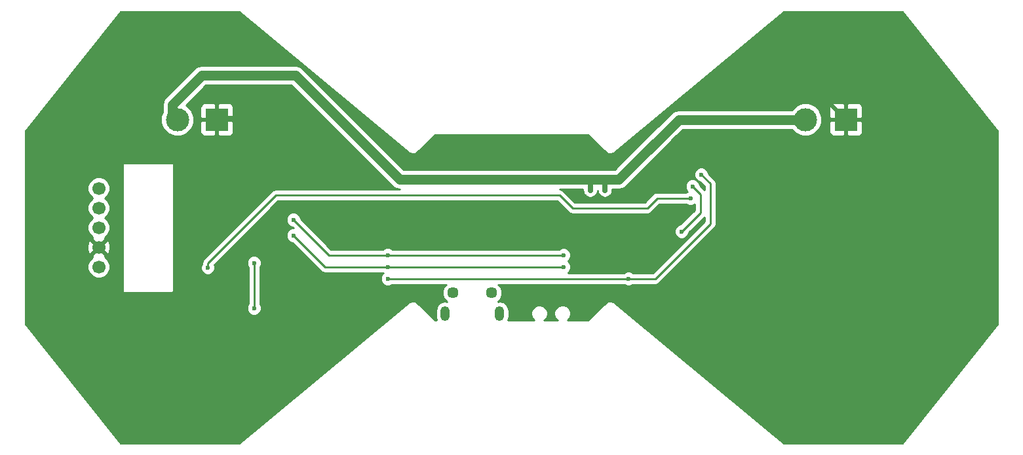
<source format=gbl>
G04 #@! TF.FileFunction,Copper,L2,Bot,Signal*
%FSLAX46Y46*%
G04 Gerber Fmt 4.6, Leading zero omitted, Abs format (unit mm)*
G04 Created by KiCad (PCBNEW 4.0.7) date Thursday, August 02, 2018 'PMt' 05:34:58 PM*
%MOMM*%
%LPD*%
G01*
G04 APERTURE LIST*
%ADD10C,0.100000*%
%ADD11C,1.450000*%
%ADD12O,1.200000X1.900000*%
%ADD13C,3.000000*%
%ADD14C,1.700000*%
%ADD15R,3.000000X3.000000*%
%ADD16C,0.600000*%
%ADD17C,0.254000*%
%ADD18C,0.508000*%
%ADD19C,1.270000*%
%ADD20C,0.635000*%
G04 APERTURE END LIST*
D10*
D11*
X68620000Y-49720000D03*
X73620000Y-49720000D03*
D12*
X67620000Y-52420000D03*
X74620000Y-52420000D03*
D13*
X114173000Y-27305000D03*
X33020000Y-27305000D03*
D14*
X22860000Y-36195000D03*
X22860000Y-38735000D03*
X22860000Y-46355000D03*
D15*
X119380000Y-27305000D03*
X38100000Y-27305000D03*
D14*
X22860000Y-41275000D03*
X22860000Y-43815000D03*
D16*
X96139000Y-34417000D03*
X97155000Y-31750000D03*
X63119000Y-41402000D03*
X71501000Y-38989000D03*
X88646000Y-46609000D03*
X89408000Y-41275000D03*
X113030000Y-20574000D03*
X51816000Y-32639000D03*
X100711000Y-34417000D03*
X60198000Y-47879000D03*
X91313000Y-47879000D03*
X86360000Y-36449000D03*
X88265000Y-36449000D03*
X42926000Y-51689000D03*
X42926000Y-45847000D03*
X98171000Y-41783000D03*
X99568000Y-35941000D03*
X82931000Y-44831000D03*
X60198000Y-44831000D03*
X48006000Y-40259000D03*
X82931000Y-46355000D03*
X48006000Y-42291000D03*
X60198000Y-46355000D03*
X36957000Y-46482000D03*
X99314000Y-37465000D03*
D17*
X96139000Y-32766000D02*
X97155000Y-31750000D01*
X96139000Y-34417000D02*
X96139000Y-32766000D01*
D18*
X113030000Y-20574000D02*
X113030000Y-20955000D01*
X113030000Y-20955000D02*
X119380000Y-27305000D01*
X63119000Y-41402000D02*
X65532000Y-38989000D01*
X65532000Y-38989000D02*
X71501000Y-38989000D01*
X51816000Y-32639000D02*
X46228000Y-27051000D01*
X46228000Y-27051000D02*
X38481000Y-27051000D01*
X38481000Y-27051000D02*
X38100000Y-26670000D01*
D17*
X100711000Y-34417000D02*
X101854000Y-35560000D01*
X94742000Y-47879000D02*
X91313000Y-47879000D01*
X101854000Y-40767000D02*
X94742000Y-47879000D01*
X101854000Y-35560000D02*
X101854000Y-40767000D01*
X64008000Y-47879000D02*
X60198000Y-47879000D01*
X81534000Y-47879000D02*
X64008000Y-47879000D01*
X91313000Y-47879000D02*
X81534000Y-47879000D01*
D19*
X96520000Y-28575000D02*
X97790000Y-27305000D01*
X97790000Y-27305000D02*
X114300000Y-27305000D01*
D20*
X86360000Y-36449000D02*
X86360000Y-35052000D01*
X88265000Y-35052000D02*
X88265000Y-36449000D01*
D19*
X87630000Y-35052000D02*
X88265000Y-35052000D01*
X88265000Y-35052000D02*
X90043000Y-35052000D01*
X59690001Y-33019999D02*
X59690001Y-33020001D01*
X59690001Y-33020001D02*
X61722000Y-35052000D01*
X61722000Y-35052000D02*
X86360000Y-35052000D01*
X86360000Y-35052000D02*
X87630000Y-35052000D01*
X90043000Y-35052000D02*
X92075000Y-33020000D01*
X32385000Y-26670000D02*
X32385000Y-25400000D01*
X32385000Y-25400000D02*
X36195000Y-21590000D01*
X36195000Y-21590000D02*
X48260002Y-21590000D01*
X48260002Y-21590000D02*
X59690001Y-33019999D01*
X59690001Y-33019999D02*
X59690002Y-33020000D01*
X92075000Y-33020000D02*
X96520000Y-28575000D01*
D17*
X42926000Y-45847000D02*
X42926000Y-51689000D01*
X99568000Y-35941000D02*
X100584000Y-36957000D01*
X100584000Y-39370000D02*
X98171000Y-41783000D01*
X100584000Y-36957000D02*
X100584000Y-39370000D01*
X81788000Y-44831000D02*
X81915000Y-44831000D01*
X81788000Y-44831000D02*
X60198000Y-44831000D01*
X82931000Y-44831000D02*
X81915000Y-44831000D01*
X52578000Y-44831000D02*
X60198000Y-44831000D01*
X48006000Y-40259000D02*
X52578000Y-44831000D01*
X81915000Y-46355000D02*
X82042000Y-46355000D01*
X81915000Y-46355000D02*
X60198000Y-46355000D01*
X82931000Y-46355000D02*
X82042000Y-46355000D01*
X48006000Y-42291000D02*
X52070000Y-46355000D01*
X60198000Y-46355000D02*
X52070000Y-46355000D01*
X99314000Y-37465000D02*
X94996000Y-37465000D01*
X94996000Y-37465000D02*
X93726000Y-38735000D01*
X93726000Y-38735000D02*
X84074000Y-38735000D01*
X84074000Y-38735000D02*
X82423000Y-37084000D01*
X82423000Y-37084000D02*
X45720000Y-37084000D01*
X36957000Y-45847000D02*
X36957000Y-46482000D01*
X45720000Y-37084000D02*
X36957000Y-45847000D01*
G36*
X63062958Y-31642465D02*
X63152876Y-31691071D01*
X63237862Y-31747857D01*
X63269607Y-31754171D01*
X63298078Y-31769562D01*
X63399746Y-31780058D01*
X63500000Y-31800000D01*
X63531745Y-31793685D01*
X63563938Y-31797009D01*
X63661887Y-31767798D01*
X63762138Y-31747857D01*
X63789049Y-31729876D01*
X63820065Y-31720626D01*
X63899381Y-31656154D01*
X63984368Y-31599368D01*
X66323736Y-29260000D01*
X86076264Y-29260000D01*
X88415632Y-31599368D01*
X88500619Y-31656154D01*
X88579935Y-31720626D01*
X88610951Y-31729876D01*
X88637862Y-31747857D01*
X88738109Y-31767797D01*
X88836062Y-31797009D01*
X88868258Y-31793685D01*
X88900000Y-31799999D01*
X89000247Y-31780059D01*
X89101922Y-31769562D01*
X89130394Y-31754171D01*
X89162138Y-31747857D01*
X89247124Y-31691071D01*
X89337042Y-31642465D01*
X111371914Y-13385000D01*
X126670772Y-13385000D01*
X139015000Y-28815285D01*
X139015000Y-53734715D01*
X126670772Y-69165000D01*
X111371914Y-69165000D01*
X89337042Y-50907535D01*
X89247124Y-50858929D01*
X89162138Y-50802143D01*
X89130394Y-50795829D01*
X89101922Y-50780438D01*
X89000247Y-50769941D01*
X88900000Y-50750001D01*
X88868258Y-50756315D01*
X88836062Y-50752991D01*
X88738109Y-50782203D01*
X88637862Y-50802143D01*
X88610951Y-50820124D01*
X88579935Y-50829374D01*
X88500619Y-50893846D01*
X88415632Y-50950632D01*
X86076264Y-53290000D01*
X83424207Y-53290000D01*
X83699282Y-53015405D01*
X83864811Y-52616767D01*
X83865188Y-52185127D01*
X83700354Y-51786200D01*
X83395405Y-51480718D01*
X82996767Y-51315189D01*
X82565127Y-51314812D01*
X82166200Y-51479646D01*
X81860718Y-51784595D01*
X81695189Y-52183233D01*
X81694812Y-52614873D01*
X81859646Y-53013800D01*
X82135364Y-53290000D01*
X80424207Y-53290000D01*
X80699282Y-53015405D01*
X80864811Y-52616767D01*
X80865188Y-52185127D01*
X80700354Y-51786200D01*
X80395405Y-51480718D01*
X79996767Y-51315189D01*
X79565127Y-51314812D01*
X79166200Y-51479646D01*
X78860718Y-51784595D01*
X78695189Y-52183233D01*
X78694812Y-52614873D01*
X78859646Y-53013800D01*
X79135364Y-53290000D01*
X75750077Y-53290000D01*
X75760991Y-53273666D01*
X75855000Y-52801052D01*
X75855000Y-52038948D01*
X75760991Y-51566334D01*
X75493277Y-51165671D01*
X75092614Y-50897957D01*
X74620000Y-50803948D01*
X74419148Y-50843900D01*
X74772280Y-50491384D01*
X74979763Y-49991708D01*
X74980236Y-49450666D01*
X74773624Y-48950628D01*
X74464536Y-48641000D01*
X90752534Y-48641000D01*
X90782673Y-48671192D01*
X91126201Y-48813838D01*
X91498167Y-48814162D01*
X91841943Y-48672117D01*
X91873114Y-48641000D01*
X94742000Y-48641000D01*
X95033605Y-48582996D01*
X95280815Y-48417815D01*
X102392815Y-41305815D01*
X102467636Y-41193838D01*
X102557996Y-41058605D01*
X102616000Y-40767000D01*
X102616000Y-35560000D01*
X102557996Y-35268395D01*
X102392815Y-35021185D01*
X101646125Y-34274495D01*
X101646162Y-34231833D01*
X101504117Y-33888057D01*
X101241327Y-33624808D01*
X100897799Y-33482162D01*
X100525833Y-33481838D01*
X100182057Y-33623883D01*
X99918808Y-33886673D01*
X99776162Y-34230201D01*
X99775838Y-34602167D01*
X99917883Y-34945943D01*
X100180673Y-35209192D01*
X100524201Y-35351838D01*
X100568246Y-35351876D01*
X101092000Y-35875630D01*
X101092000Y-36387370D01*
X100503125Y-35798495D01*
X100503162Y-35755833D01*
X100361117Y-35412057D01*
X100098327Y-35148808D01*
X99754799Y-35006162D01*
X99382833Y-35005838D01*
X99039057Y-35147883D01*
X98775808Y-35410673D01*
X98633162Y-35754201D01*
X98632838Y-36126167D01*
X98774883Y-36469943D01*
X98920574Y-36615889D01*
X98785057Y-36671883D01*
X98753886Y-36703000D01*
X94996000Y-36703000D01*
X94704395Y-36761004D01*
X94457184Y-36926185D01*
X93410370Y-37973000D01*
X84389631Y-37973000D01*
X82961815Y-36545185D01*
X82714605Y-36380004D01*
X82423000Y-36322000D01*
X85407500Y-36322000D01*
X85407500Y-36449000D01*
X85424923Y-36536591D01*
X85424838Y-36634167D01*
X85462428Y-36725143D01*
X85480005Y-36813506D01*
X85529621Y-36887761D01*
X85566883Y-36977943D01*
X85636428Y-37047610D01*
X85686481Y-37122519D01*
X85760736Y-37172135D01*
X85829673Y-37241192D01*
X85920584Y-37278942D01*
X85995494Y-37328995D01*
X86083083Y-37346418D01*
X86173201Y-37383838D01*
X86271638Y-37383924D01*
X86360000Y-37401500D01*
X86447591Y-37384077D01*
X86545167Y-37384162D01*
X86636143Y-37346572D01*
X86724506Y-37328995D01*
X86798761Y-37279379D01*
X86888943Y-37242117D01*
X86958610Y-37172572D01*
X87033519Y-37122519D01*
X87083135Y-37048264D01*
X87152192Y-36979327D01*
X87189942Y-36888416D01*
X87239995Y-36813506D01*
X87257418Y-36725917D01*
X87294838Y-36635799D01*
X87294924Y-36537362D01*
X87312500Y-36449000D01*
X87329923Y-36536591D01*
X87329838Y-36634167D01*
X87367428Y-36725143D01*
X87385005Y-36813506D01*
X87434621Y-36887761D01*
X87471883Y-36977943D01*
X87541428Y-37047610D01*
X87591481Y-37122519D01*
X87665736Y-37172135D01*
X87734673Y-37241192D01*
X87825584Y-37278942D01*
X87900494Y-37328995D01*
X87988083Y-37346418D01*
X88078201Y-37383838D01*
X88176638Y-37383924D01*
X88265000Y-37401500D01*
X88352591Y-37384077D01*
X88450167Y-37384162D01*
X88541143Y-37346572D01*
X88629506Y-37328995D01*
X88703761Y-37279379D01*
X88793943Y-37242117D01*
X88863610Y-37172572D01*
X88938519Y-37122519D01*
X88988135Y-37048264D01*
X89057192Y-36979327D01*
X89094942Y-36888416D01*
X89144995Y-36813506D01*
X89162418Y-36725917D01*
X89199838Y-36635799D01*
X89199924Y-36537362D01*
X89217500Y-36449000D01*
X89217500Y-36322000D01*
X90042995Y-36322000D01*
X90043000Y-36322001D01*
X90529008Y-36225327D01*
X90941026Y-35950026D01*
X92973027Y-33918025D01*
X97418023Y-29473028D01*
X97418026Y-29473026D01*
X98316051Y-28575000D01*
X112424072Y-28575000D01*
X112962041Y-29113909D01*
X113746459Y-29439628D01*
X114595815Y-29440370D01*
X115380800Y-29116020D01*
X115981909Y-28515959D01*
X116307628Y-27731541D01*
X116307750Y-27590750D01*
X117245000Y-27590750D01*
X117245000Y-28931310D01*
X117341673Y-29164699D01*
X117520302Y-29343327D01*
X117753691Y-29440000D01*
X119094250Y-29440000D01*
X119253000Y-29281250D01*
X119253000Y-27432000D01*
X119507000Y-27432000D01*
X119507000Y-29281250D01*
X119665750Y-29440000D01*
X121006309Y-29440000D01*
X121239698Y-29343327D01*
X121418327Y-29164699D01*
X121515000Y-28931310D01*
X121515000Y-27590750D01*
X121356250Y-27432000D01*
X119507000Y-27432000D01*
X119253000Y-27432000D01*
X117403750Y-27432000D01*
X117245000Y-27590750D01*
X116307750Y-27590750D01*
X116308370Y-26882185D01*
X115984020Y-26097200D01*
X115566240Y-25678690D01*
X117245000Y-25678690D01*
X117245000Y-27019250D01*
X117403750Y-27178000D01*
X119253000Y-27178000D01*
X119253000Y-25328750D01*
X119507000Y-25328750D01*
X119507000Y-27178000D01*
X121356250Y-27178000D01*
X121515000Y-27019250D01*
X121515000Y-25678690D01*
X121418327Y-25445301D01*
X121239698Y-25266673D01*
X121006309Y-25170000D01*
X119665750Y-25170000D01*
X119507000Y-25328750D01*
X119253000Y-25328750D01*
X119094250Y-25170000D01*
X117753691Y-25170000D01*
X117520302Y-25266673D01*
X117341673Y-25445301D01*
X117245000Y-25678690D01*
X115566240Y-25678690D01*
X115383959Y-25496091D01*
X114599541Y-25170372D01*
X113750185Y-25169630D01*
X112965200Y-25493980D01*
X112423235Y-26035000D01*
X97790000Y-26035000D01*
X97303992Y-26131673D01*
X96891974Y-26406974D01*
X96891972Y-26406977D01*
X95621974Y-27676974D01*
X95621972Y-27676977D01*
X91176975Y-32121973D01*
X89516948Y-33782000D01*
X62248051Y-33782000D01*
X60588029Y-32121977D01*
X60588027Y-32121973D01*
X60588024Y-32121971D01*
X49158028Y-20691974D01*
X48746010Y-20416673D01*
X48260002Y-20319999D01*
X48259997Y-20320000D01*
X36195005Y-20320000D01*
X36195000Y-20319999D01*
X35708992Y-20416673D01*
X35296974Y-20691974D01*
X35296972Y-20691977D01*
X31486974Y-24501974D01*
X31211673Y-24913992D01*
X31114999Y-25400000D01*
X31115000Y-25400005D01*
X31115000Y-26325454D01*
X30885372Y-26878459D01*
X30884630Y-27727815D01*
X31208980Y-28512800D01*
X31809041Y-29113909D01*
X32593459Y-29439628D01*
X33442815Y-29440370D01*
X34227800Y-29116020D01*
X34828909Y-28515959D01*
X35154628Y-27731541D01*
X35154750Y-27590750D01*
X35965000Y-27590750D01*
X35965000Y-28931310D01*
X36061673Y-29164699D01*
X36240302Y-29343327D01*
X36473691Y-29440000D01*
X37814250Y-29440000D01*
X37973000Y-29281250D01*
X37973000Y-27432000D01*
X38227000Y-27432000D01*
X38227000Y-29281250D01*
X38385750Y-29440000D01*
X39726309Y-29440000D01*
X39959698Y-29343327D01*
X40138327Y-29164699D01*
X40235000Y-28931310D01*
X40235000Y-27590750D01*
X40076250Y-27432000D01*
X38227000Y-27432000D01*
X37973000Y-27432000D01*
X36123750Y-27432000D01*
X35965000Y-27590750D01*
X35154750Y-27590750D01*
X35155370Y-26882185D01*
X34831020Y-26097200D01*
X34413240Y-25678690D01*
X35965000Y-25678690D01*
X35965000Y-27019250D01*
X36123750Y-27178000D01*
X37973000Y-27178000D01*
X37973000Y-25328750D01*
X38227000Y-25328750D01*
X38227000Y-27178000D01*
X40076250Y-27178000D01*
X40235000Y-27019250D01*
X40235000Y-25678690D01*
X40138327Y-25445301D01*
X39959698Y-25266673D01*
X39726309Y-25170000D01*
X38385750Y-25170000D01*
X38227000Y-25328750D01*
X37973000Y-25328750D01*
X37814250Y-25170000D01*
X36473691Y-25170000D01*
X36240302Y-25266673D01*
X36061673Y-25445301D01*
X35965000Y-25678690D01*
X34413240Y-25678690D01*
X34230959Y-25496091D01*
X34127797Y-25453254D01*
X36721051Y-22860000D01*
X47733950Y-22860000D01*
X58791969Y-33918018D01*
X58791975Y-33918027D01*
X60823972Y-35950023D01*
X60823974Y-35950026D01*
X61090031Y-36127799D01*
X61235992Y-36225327D01*
X61721995Y-36322000D01*
X45720000Y-36322000D01*
X45428395Y-36380004D01*
X45181184Y-36545185D01*
X36418185Y-45308185D01*
X36253004Y-45555395D01*
X36195000Y-45847000D01*
X36195000Y-45921534D01*
X36164808Y-45951673D01*
X36022162Y-46295201D01*
X36021838Y-46667167D01*
X36163883Y-47010943D01*
X36426673Y-47274192D01*
X36770201Y-47416838D01*
X37142167Y-47417162D01*
X37485943Y-47275117D01*
X37749192Y-47012327D01*
X37891838Y-46668799D01*
X37892162Y-46296833D01*
X37802294Y-46079336D01*
X37849463Y-46032167D01*
X41990838Y-46032167D01*
X42132883Y-46375943D01*
X42164000Y-46407114D01*
X42164000Y-51128534D01*
X42133808Y-51158673D01*
X41991162Y-51502201D01*
X41990838Y-51874167D01*
X42132883Y-52217943D01*
X42395673Y-52481192D01*
X42739201Y-52623838D01*
X43111167Y-52624162D01*
X43454943Y-52482117D01*
X43718192Y-52219327D01*
X43860838Y-51875799D01*
X43861162Y-51503833D01*
X43719117Y-51160057D01*
X43688000Y-51128886D01*
X43688000Y-46407466D01*
X43718192Y-46377327D01*
X43860838Y-46033799D01*
X43861162Y-45661833D01*
X43719117Y-45318057D01*
X43456327Y-45054808D01*
X43112799Y-44912162D01*
X42740833Y-44911838D01*
X42397057Y-45053883D01*
X42133808Y-45316673D01*
X41991162Y-45660201D01*
X41990838Y-46032167D01*
X37849463Y-46032167D01*
X46035631Y-37846000D01*
X82107370Y-37846000D01*
X83535185Y-39273816D01*
X83782396Y-39438997D01*
X84074000Y-39497000D01*
X93726000Y-39497000D01*
X94017605Y-39438996D01*
X94264815Y-39273815D01*
X95311631Y-38227000D01*
X98753534Y-38227000D01*
X98783673Y-38257192D01*
X99127201Y-38399838D01*
X99499167Y-38400162D01*
X99822000Y-38266770D01*
X99822000Y-39054369D01*
X98028495Y-40847875D01*
X97985833Y-40847838D01*
X97642057Y-40989883D01*
X97378808Y-41252673D01*
X97236162Y-41596201D01*
X97235838Y-41968167D01*
X97377883Y-42311943D01*
X97640673Y-42575192D01*
X97984201Y-42717838D01*
X98356167Y-42718162D01*
X98699943Y-42576117D01*
X98963192Y-42313327D01*
X99105838Y-41969799D01*
X99105876Y-41925754D01*
X101092000Y-39939631D01*
X101092000Y-40451370D01*
X94426370Y-47117000D01*
X91873466Y-47117000D01*
X91843327Y-47086808D01*
X91499799Y-46944162D01*
X91127833Y-46943838D01*
X90784057Y-47085883D01*
X90752886Y-47117000D01*
X83491114Y-47117000D01*
X83723192Y-46885327D01*
X83865838Y-46541799D01*
X83866162Y-46169833D01*
X83724117Y-45826057D01*
X83491291Y-45592824D01*
X83723192Y-45361327D01*
X83865838Y-45017799D01*
X83866162Y-44645833D01*
X83724117Y-44302057D01*
X83461327Y-44038808D01*
X83117799Y-43896162D01*
X82745833Y-43895838D01*
X82402057Y-44037883D01*
X82370886Y-44069000D01*
X60758466Y-44069000D01*
X60728327Y-44038808D01*
X60384799Y-43896162D01*
X60012833Y-43895838D01*
X59669057Y-44037883D01*
X59637886Y-44069000D01*
X52893631Y-44069000D01*
X48941125Y-40116495D01*
X48941162Y-40073833D01*
X48799117Y-39730057D01*
X48536327Y-39466808D01*
X48192799Y-39324162D01*
X47820833Y-39323838D01*
X47477057Y-39465883D01*
X47213808Y-39728673D01*
X47071162Y-40072201D01*
X47070838Y-40444167D01*
X47212883Y-40787943D01*
X47475673Y-41051192D01*
X47819201Y-41193838D01*
X47863246Y-41193876D01*
X48025386Y-41356016D01*
X47820833Y-41355838D01*
X47477057Y-41497883D01*
X47213808Y-41760673D01*
X47071162Y-42104201D01*
X47070838Y-42476167D01*
X47212883Y-42819943D01*
X47475673Y-43083192D01*
X47819201Y-43225838D01*
X47863246Y-43225876D01*
X51531185Y-46893815D01*
X51778395Y-47058996D01*
X52070000Y-47117000D01*
X59637534Y-47117000D01*
X59637709Y-47117176D01*
X59405808Y-47348673D01*
X59263162Y-47692201D01*
X59262838Y-48064167D01*
X59404883Y-48407943D01*
X59667673Y-48671192D01*
X60011201Y-48813838D01*
X60383167Y-48814162D01*
X60726943Y-48672117D01*
X60758114Y-48641000D01*
X67775874Y-48641000D01*
X67467720Y-48948616D01*
X67260237Y-49448292D01*
X67259764Y-49989334D01*
X67466376Y-50489372D01*
X67820145Y-50843759D01*
X67620000Y-50803948D01*
X67147386Y-50897957D01*
X66746723Y-51165671D01*
X66479009Y-51566334D01*
X66385000Y-52038948D01*
X66385000Y-52801052D01*
X66479009Y-53273666D01*
X66489923Y-53290000D01*
X66323736Y-53290000D01*
X63984368Y-50950632D01*
X63899381Y-50893846D01*
X63820065Y-50829374D01*
X63789049Y-50820124D01*
X63762138Y-50802143D01*
X63661887Y-50782202D01*
X63563938Y-50752991D01*
X63531745Y-50756315D01*
X63500000Y-50750000D01*
X63399746Y-50769942D01*
X63298078Y-50780438D01*
X63269607Y-50795829D01*
X63237862Y-50802143D01*
X63152876Y-50858929D01*
X63062958Y-50907535D01*
X41028086Y-69165000D01*
X25729228Y-69165000D01*
X13385000Y-53734715D01*
X13385000Y-46649089D01*
X21374743Y-46649089D01*
X21600344Y-47195086D01*
X22017717Y-47613188D01*
X22563319Y-47839742D01*
X23154089Y-47840257D01*
X23700086Y-47614656D01*
X24118188Y-47197283D01*
X24344742Y-46651681D01*
X24345257Y-46060911D01*
X24119656Y-45514914D01*
X23702283Y-45096812D01*
X23654688Y-45077049D01*
X23724353Y-44858958D01*
X22860000Y-43994605D01*
X21995647Y-44858958D01*
X22065181Y-45076640D01*
X22019914Y-45095344D01*
X21601812Y-45512717D01*
X21375258Y-46058319D01*
X21374743Y-46649089D01*
X13385000Y-46649089D01*
X13385000Y-43586279D01*
X21363282Y-43586279D01*
X21389685Y-44176458D01*
X21564741Y-44599080D01*
X21816042Y-44679353D01*
X22680395Y-43815000D01*
X23039605Y-43815000D01*
X23903958Y-44679353D01*
X24155259Y-44599080D01*
X24356718Y-44043721D01*
X24330315Y-43453542D01*
X24155259Y-43030920D01*
X23903958Y-42950647D01*
X23039605Y-43815000D01*
X22680395Y-43815000D01*
X21816042Y-42950647D01*
X21564741Y-43030920D01*
X21363282Y-43586279D01*
X13385000Y-43586279D01*
X13385000Y-36489089D01*
X21374743Y-36489089D01*
X21600344Y-37035086D01*
X22017717Y-37453188D01*
X22045557Y-37464748D01*
X22019914Y-37475344D01*
X21601812Y-37892717D01*
X21375258Y-38438319D01*
X21374743Y-39029089D01*
X21600344Y-39575086D01*
X22017717Y-39993188D01*
X22045557Y-40004748D01*
X22019914Y-40015344D01*
X21601812Y-40432717D01*
X21375258Y-40978319D01*
X21374743Y-41569089D01*
X21600344Y-42115086D01*
X22017717Y-42533188D01*
X22065312Y-42552951D01*
X21995647Y-42771042D01*
X22860000Y-43635395D01*
X23724353Y-42771042D01*
X23654819Y-42553360D01*
X23700086Y-42534656D01*
X24118188Y-42117283D01*
X24344742Y-41571681D01*
X24345257Y-40980911D01*
X24119656Y-40434914D01*
X23702283Y-40016812D01*
X23674443Y-40005252D01*
X23700086Y-39994656D01*
X24118188Y-39577283D01*
X24344742Y-39031681D01*
X24345257Y-38440911D01*
X24119656Y-37894914D01*
X23702283Y-37476812D01*
X23674443Y-37465252D01*
X23700086Y-37454656D01*
X24118188Y-37037283D01*
X24344742Y-36491681D01*
X24345257Y-35900911D01*
X24119656Y-35354914D01*
X23702283Y-34936812D01*
X23156681Y-34710258D01*
X22565911Y-34709743D01*
X22019914Y-34935344D01*
X21601812Y-35352717D01*
X21375258Y-35898319D01*
X21374743Y-36489089D01*
X13385000Y-36489089D01*
X13385000Y-33020000D01*
X25908000Y-33020000D01*
X25908000Y-49530000D01*
X25916685Y-49576159D01*
X25943965Y-49618553D01*
X25985590Y-49646994D01*
X26035000Y-49657000D01*
X32385000Y-49657000D01*
X32431159Y-49648315D01*
X32473553Y-49621035D01*
X32501994Y-49579410D01*
X32512000Y-49530000D01*
X32512000Y-33020000D01*
X32503315Y-32973841D01*
X32476035Y-32931447D01*
X32434410Y-32903006D01*
X32385000Y-32893000D01*
X26035000Y-32893000D01*
X25988841Y-32901685D01*
X25946447Y-32928965D01*
X25918006Y-32970590D01*
X25908000Y-33020000D01*
X13385000Y-33020000D01*
X13385000Y-28815285D01*
X25729228Y-13385000D01*
X41028086Y-13385000D01*
X63062958Y-31642465D01*
X63062958Y-31642465D01*
G37*
X63062958Y-31642465D02*
X63152876Y-31691071D01*
X63237862Y-31747857D01*
X63269607Y-31754171D01*
X63298078Y-31769562D01*
X63399746Y-31780058D01*
X63500000Y-31800000D01*
X63531745Y-31793685D01*
X63563938Y-31797009D01*
X63661887Y-31767798D01*
X63762138Y-31747857D01*
X63789049Y-31729876D01*
X63820065Y-31720626D01*
X63899381Y-31656154D01*
X63984368Y-31599368D01*
X66323736Y-29260000D01*
X86076264Y-29260000D01*
X88415632Y-31599368D01*
X88500619Y-31656154D01*
X88579935Y-31720626D01*
X88610951Y-31729876D01*
X88637862Y-31747857D01*
X88738109Y-31767797D01*
X88836062Y-31797009D01*
X88868258Y-31793685D01*
X88900000Y-31799999D01*
X89000247Y-31780059D01*
X89101922Y-31769562D01*
X89130394Y-31754171D01*
X89162138Y-31747857D01*
X89247124Y-31691071D01*
X89337042Y-31642465D01*
X111371914Y-13385000D01*
X126670772Y-13385000D01*
X139015000Y-28815285D01*
X139015000Y-53734715D01*
X126670772Y-69165000D01*
X111371914Y-69165000D01*
X89337042Y-50907535D01*
X89247124Y-50858929D01*
X89162138Y-50802143D01*
X89130394Y-50795829D01*
X89101922Y-50780438D01*
X89000247Y-50769941D01*
X88900000Y-50750001D01*
X88868258Y-50756315D01*
X88836062Y-50752991D01*
X88738109Y-50782203D01*
X88637862Y-50802143D01*
X88610951Y-50820124D01*
X88579935Y-50829374D01*
X88500619Y-50893846D01*
X88415632Y-50950632D01*
X86076264Y-53290000D01*
X83424207Y-53290000D01*
X83699282Y-53015405D01*
X83864811Y-52616767D01*
X83865188Y-52185127D01*
X83700354Y-51786200D01*
X83395405Y-51480718D01*
X82996767Y-51315189D01*
X82565127Y-51314812D01*
X82166200Y-51479646D01*
X81860718Y-51784595D01*
X81695189Y-52183233D01*
X81694812Y-52614873D01*
X81859646Y-53013800D01*
X82135364Y-53290000D01*
X80424207Y-53290000D01*
X80699282Y-53015405D01*
X80864811Y-52616767D01*
X80865188Y-52185127D01*
X80700354Y-51786200D01*
X80395405Y-51480718D01*
X79996767Y-51315189D01*
X79565127Y-51314812D01*
X79166200Y-51479646D01*
X78860718Y-51784595D01*
X78695189Y-52183233D01*
X78694812Y-52614873D01*
X78859646Y-53013800D01*
X79135364Y-53290000D01*
X75750077Y-53290000D01*
X75760991Y-53273666D01*
X75855000Y-52801052D01*
X75855000Y-52038948D01*
X75760991Y-51566334D01*
X75493277Y-51165671D01*
X75092614Y-50897957D01*
X74620000Y-50803948D01*
X74419148Y-50843900D01*
X74772280Y-50491384D01*
X74979763Y-49991708D01*
X74980236Y-49450666D01*
X74773624Y-48950628D01*
X74464536Y-48641000D01*
X90752534Y-48641000D01*
X90782673Y-48671192D01*
X91126201Y-48813838D01*
X91498167Y-48814162D01*
X91841943Y-48672117D01*
X91873114Y-48641000D01*
X94742000Y-48641000D01*
X95033605Y-48582996D01*
X95280815Y-48417815D01*
X102392815Y-41305815D01*
X102467636Y-41193838D01*
X102557996Y-41058605D01*
X102616000Y-40767000D01*
X102616000Y-35560000D01*
X102557996Y-35268395D01*
X102392815Y-35021185D01*
X101646125Y-34274495D01*
X101646162Y-34231833D01*
X101504117Y-33888057D01*
X101241327Y-33624808D01*
X100897799Y-33482162D01*
X100525833Y-33481838D01*
X100182057Y-33623883D01*
X99918808Y-33886673D01*
X99776162Y-34230201D01*
X99775838Y-34602167D01*
X99917883Y-34945943D01*
X100180673Y-35209192D01*
X100524201Y-35351838D01*
X100568246Y-35351876D01*
X101092000Y-35875630D01*
X101092000Y-36387370D01*
X100503125Y-35798495D01*
X100503162Y-35755833D01*
X100361117Y-35412057D01*
X100098327Y-35148808D01*
X99754799Y-35006162D01*
X99382833Y-35005838D01*
X99039057Y-35147883D01*
X98775808Y-35410673D01*
X98633162Y-35754201D01*
X98632838Y-36126167D01*
X98774883Y-36469943D01*
X98920574Y-36615889D01*
X98785057Y-36671883D01*
X98753886Y-36703000D01*
X94996000Y-36703000D01*
X94704395Y-36761004D01*
X94457184Y-36926185D01*
X93410370Y-37973000D01*
X84389631Y-37973000D01*
X82961815Y-36545185D01*
X82714605Y-36380004D01*
X82423000Y-36322000D01*
X85407500Y-36322000D01*
X85407500Y-36449000D01*
X85424923Y-36536591D01*
X85424838Y-36634167D01*
X85462428Y-36725143D01*
X85480005Y-36813506D01*
X85529621Y-36887761D01*
X85566883Y-36977943D01*
X85636428Y-37047610D01*
X85686481Y-37122519D01*
X85760736Y-37172135D01*
X85829673Y-37241192D01*
X85920584Y-37278942D01*
X85995494Y-37328995D01*
X86083083Y-37346418D01*
X86173201Y-37383838D01*
X86271638Y-37383924D01*
X86360000Y-37401500D01*
X86447591Y-37384077D01*
X86545167Y-37384162D01*
X86636143Y-37346572D01*
X86724506Y-37328995D01*
X86798761Y-37279379D01*
X86888943Y-37242117D01*
X86958610Y-37172572D01*
X87033519Y-37122519D01*
X87083135Y-37048264D01*
X87152192Y-36979327D01*
X87189942Y-36888416D01*
X87239995Y-36813506D01*
X87257418Y-36725917D01*
X87294838Y-36635799D01*
X87294924Y-36537362D01*
X87312500Y-36449000D01*
X87329923Y-36536591D01*
X87329838Y-36634167D01*
X87367428Y-36725143D01*
X87385005Y-36813506D01*
X87434621Y-36887761D01*
X87471883Y-36977943D01*
X87541428Y-37047610D01*
X87591481Y-37122519D01*
X87665736Y-37172135D01*
X87734673Y-37241192D01*
X87825584Y-37278942D01*
X87900494Y-37328995D01*
X87988083Y-37346418D01*
X88078201Y-37383838D01*
X88176638Y-37383924D01*
X88265000Y-37401500D01*
X88352591Y-37384077D01*
X88450167Y-37384162D01*
X88541143Y-37346572D01*
X88629506Y-37328995D01*
X88703761Y-37279379D01*
X88793943Y-37242117D01*
X88863610Y-37172572D01*
X88938519Y-37122519D01*
X88988135Y-37048264D01*
X89057192Y-36979327D01*
X89094942Y-36888416D01*
X89144995Y-36813506D01*
X89162418Y-36725917D01*
X89199838Y-36635799D01*
X89199924Y-36537362D01*
X89217500Y-36449000D01*
X89217500Y-36322000D01*
X90042995Y-36322000D01*
X90043000Y-36322001D01*
X90529008Y-36225327D01*
X90941026Y-35950026D01*
X92973027Y-33918025D01*
X97418023Y-29473028D01*
X97418026Y-29473026D01*
X98316051Y-28575000D01*
X112424072Y-28575000D01*
X112962041Y-29113909D01*
X113746459Y-29439628D01*
X114595815Y-29440370D01*
X115380800Y-29116020D01*
X115981909Y-28515959D01*
X116307628Y-27731541D01*
X116307750Y-27590750D01*
X117245000Y-27590750D01*
X117245000Y-28931310D01*
X117341673Y-29164699D01*
X117520302Y-29343327D01*
X117753691Y-29440000D01*
X119094250Y-29440000D01*
X119253000Y-29281250D01*
X119253000Y-27432000D01*
X119507000Y-27432000D01*
X119507000Y-29281250D01*
X119665750Y-29440000D01*
X121006309Y-29440000D01*
X121239698Y-29343327D01*
X121418327Y-29164699D01*
X121515000Y-28931310D01*
X121515000Y-27590750D01*
X121356250Y-27432000D01*
X119507000Y-27432000D01*
X119253000Y-27432000D01*
X117403750Y-27432000D01*
X117245000Y-27590750D01*
X116307750Y-27590750D01*
X116308370Y-26882185D01*
X115984020Y-26097200D01*
X115566240Y-25678690D01*
X117245000Y-25678690D01*
X117245000Y-27019250D01*
X117403750Y-27178000D01*
X119253000Y-27178000D01*
X119253000Y-25328750D01*
X119507000Y-25328750D01*
X119507000Y-27178000D01*
X121356250Y-27178000D01*
X121515000Y-27019250D01*
X121515000Y-25678690D01*
X121418327Y-25445301D01*
X121239698Y-25266673D01*
X121006309Y-25170000D01*
X119665750Y-25170000D01*
X119507000Y-25328750D01*
X119253000Y-25328750D01*
X119094250Y-25170000D01*
X117753691Y-25170000D01*
X117520302Y-25266673D01*
X117341673Y-25445301D01*
X117245000Y-25678690D01*
X115566240Y-25678690D01*
X115383959Y-25496091D01*
X114599541Y-25170372D01*
X113750185Y-25169630D01*
X112965200Y-25493980D01*
X112423235Y-26035000D01*
X97790000Y-26035000D01*
X97303992Y-26131673D01*
X96891974Y-26406974D01*
X96891972Y-26406977D01*
X95621974Y-27676974D01*
X95621972Y-27676977D01*
X91176975Y-32121973D01*
X89516948Y-33782000D01*
X62248051Y-33782000D01*
X60588029Y-32121977D01*
X60588027Y-32121973D01*
X60588024Y-32121971D01*
X49158028Y-20691974D01*
X48746010Y-20416673D01*
X48260002Y-20319999D01*
X48259997Y-20320000D01*
X36195005Y-20320000D01*
X36195000Y-20319999D01*
X35708992Y-20416673D01*
X35296974Y-20691974D01*
X35296972Y-20691977D01*
X31486974Y-24501974D01*
X31211673Y-24913992D01*
X31114999Y-25400000D01*
X31115000Y-25400005D01*
X31115000Y-26325454D01*
X30885372Y-26878459D01*
X30884630Y-27727815D01*
X31208980Y-28512800D01*
X31809041Y-29113909D01*
X32593459Y-29439628D01*
X33442815Y-29440370D01*
X34227800Y-29116020D01*
X34828909Y-28515959D01*
X35154628Y-27731541D01*
X35154750Y-27590750D01*
X35965000Y-27590750D01*
X35965000Y-28931310D01*
X36061673Y-29164699D01*
X36240302Y-29343327D01*
X36473691Y-29440000D01*
X37814250Y-29440000D01*
X37973000Y-29281250D01*
X37973000Y-27432000D01*
X38227000Y-27432000D01*
X38227000Y-29281250D01*
X38385750Y-29440000D01*
X39726309Y-29440000D01*
X39959698Y-29343327D01*
X40138327Y-29164699D01*
X40235000Y-28931310D01*
X40235000Y-27590750D01*
X40076250Y-27432000D01*
X38227000Y-27432000D01*
X37973000Y-27432000D01*
X36123750Y-27432000D01*
X35965000Y-27590750D01*
X35154750Y-27590750D01*
X35155370Y-26882185D01*
X34831020Y-26097200D01*
X34413240Y-25678690D01*
X35965000Y-25678690D01*
X35965000Y-27019250D01*
X36123750Y-27178000D01*
X37973000Y-27178000D01*
X37973000Y-25328750D01*
X38227000Y-25328750D01*
X38227000Y-27178000D01*
X40076250Y-27178000D01*
X40235000Y-27019250D01*
X40235000Y-25678690D01*
X40138327Y-25445301D01*
X39959698Y-25266673D01*
X39726309Y-25170000D01*
X38385750Y-25170000D01*
X38227000Y-25328750D01*
X37973000Y-25328750D01*
X37814250Y-25170000D01*
X36473691Y-25170000D01*
X36240302Y-25266673D01*
X36061673Y-25445301D01*
X35965000Y-25678690D01*
X34413240Y-25678690D01*
X34230959Y-25496091D01*
X34127797Y-25453254D01*
X36721051Y-22860000D01*
X47733950Y-22860000D01*
X58791969Y-33918018D01*
X58791975Y-33918027D01*
X60823972Y-35950023D01*
X60823974Y-35950026D01*
X61090031Y-36127799D01*
X61235992Y-36225327D01*
X61721995Y-36322000D01*
X45720000Y-36322000D01*
X45428395Y-36380004D01*
X45181184Y-36545185D01*
X36418185Y-45308185D01*
X36253004Y-45555395D01*
X36195000Y-45847000D01*
X36195000Y-45921534D01*
X36164808Y-45951673D01*
X36022162Y-46295201D01*
X36021838Y-46667167D01*
X36163883Y-47010943D01*
X36426673Y-47274192D01*
X36770201Y-47416838D01*
X37142167Y-47417162D01*
X37485943Y-47275117D01*
X37749192Y-47012327D01*
X37891838Y-46668799D01*
X37892162Y-46296833D01*
X37802294Y-46079336D01*
X37849463Y-46032167D01*
X41990838Y-46032167D01*
X42132883Y-46375943D01*
X42164000Y-46407114D01*
X42164000Y-51128534D01*
X42133808Y-51158673D01*
X41991162Y-51502201D01*
X41990838Y-51874167D01*
X42132883Y-52217943D01*
X42395673Y-52481192D01*
X42739201Y-52623838D01*
X43111167Y-52624162D01*
X43454943Y-52482117D01*
X43718192Y-52219327D01*
X43860838Y-51875799D01*
X43861162Y-51503833D01*
X43719117Y-51160057D01*
X43688000Y-51128886D01*
X43688000Y-46407466D01*
X43718192Y-46377327D01*
X43860838Y-46033799D01*
X43861162Y-45661833D01*
X43719117Y-45318057D01*
X43456327Y-45054808D01*
X43112799Y-44912162D01*
X42740833Y-44911838D01*
X42397057Y-45053883D01*
X42133808Y-45316673D01*
X41991162Y-45660201D01*
X41990838Y-46032167D01*
X37849463Y-46032167D01*
X46035631Y-37846000D01*
X82107370Y-37846000D01*
X83535185Y-39273816D01*
X83782396Y-39438997D01*
X84074000Y-39497000D01*
X93726000Y-39497000D01*
X94017605Y-39438996D01*
X94264815Y-39273815D01*
X95311631Y-38227000D01*
X98753534Y-38227000D01*
X98783673Y-38257192D01*
X99127201Y-38399838D01*
X99499167Y-38400162D01*
X99822000Y-38266770D01*
X99822000Y-39054369D01*
X98028495Y-40847875D01*
X97985833Y-40847838D01*
X97642057Y-40989883D01*
X97378808Y-41252673D01*
X97236162Y-41596201D01*
X97235838Y-41968167D01*
X97377883Y-42311943D01*
X97640673Y-42575192D01*
X97984201Y-42717838D01*
X98356167Y-42718162D01*
X98699943Y-42576117D01*
X98963192Y-42313327D01*
X99105838Y-41969799D01*
X99105876Y-41925754D01*
X101092000Y-39939631D01*
X101092000Y-40451370D01*
X94426370Y-47117000D01*
X91873466Y-47117000D01*
X91843327Y-47086808D01*
X91499799Y-46944162D01*
X91127833Y-46943838D01*
X90784057Y-47085883D01*
X90752886Y-47117000D01*
X83491114Y-47117000D01*
X83723192Y-46885327D01*
X83865838Y-46541799D01*
X83866162Y-46169833D01*
X83724117Y-45826057D01*
X83491291Y-45592824D01*
X83723192Y-45361327D01*
X83865838Y-45017799D01*
X83866162Y-44645833D01*
X83724117Y-44302057D01*
X83461327Y-44038808D01*
X83117799Y-43896162D01*
X82745833Y-43895838D01*
X82402057Y-44037883D01*
X82370886Y-44069000D01*
X60758466Y-44069000D01*
X60728327Y-44038808D01*
X60384799Y-43896162D01*
X60012833Y-43895838D01*
X59669057Y-44037883D01*
X59637886Y-44069000D01*
X52893631Y-44069000D01*
X48941125Y-40116495D01*
X48941162Y-40073833D01*
X48799117Y-39730057D01*
X48536327Y-39466808D01*
X48192799Y-39324162D01*
X47820833Y-39323838D01*
X47477057Y-39465883D01*
X47213808Y-39728673D01*
X47071162Y-40072201D01*
X47070838Y-40444167D01*
X47212883Y-40787943D01*
X47475673Y-41051192D01*
X47819201Y-41193838D01*
X47863246Y-41193876D01*
X48025386Y-41356016D01*
X47820833Y-41355838D01*
X47477057Y-41497883D01*
X47213808Y-41760673D01*
X47071162Y-42104201D01*
X47070838Y-42476167D01*
X47212883Y-42819943D01*
X47475673Y-43083192D01*
X47819201Y-43225838D01*
X47863246Y-43225876D01*
X51531185Y-46893815D01*
X51778395Y-47058996D01*
X52070000Y-47117000D01*
X59637534Y-47117000D01*
X59637709Y-47117176D01*
X59405808Y-47348673D01*
X59263162Y-47692201D01*
X59262838Y-48064167D01*
X59404883Y-48407943D01*
X59667673Y-48671192D01*
X60011201Y-48813838D01*
X60383167Y-48814162D01*
X60726943Y-48672117D01*
X60758114Y-48641000D01*
X67775874Y-48641000D01*
X67467720Y-48948616D01*
X67260237Y-49448292D01*
X67259764Y-49989334D01*
X67466376Y-50489372D01*
X67820145Y-50843759D01*
X67620000Y-50803948D01*
X67147386Y-50897957D01*
X66746723Y-51165671D01*
X66479009Y-51566334D01*
X66385000Y-52038948D01*
X66385000Y-52801052D01*
X66479009Y-53273666D01*
X66489923Y-53290000D01*
X66323736Y-53290000D01*
X63984368Y-50950632D01*
X63899381Y-50893846D01*
X63820065Y-50829374D01*
X63789049Y-50820124D01*
X63762138Y-50802143D01*
X63661887Y-50782202D01*
X63563938Y-50752991D01*
X63531745Y-50756315D01*
X63500000Y-50750000D01*
X63399746Y-50769942D01*
X63298078Y-50780438D01*
X63269607Y-50795829D01*
X63237862Y-50802143D01*
X63152876Y-50858929D01*
X63062958Y-50907535D01*
X41028086Y-69165000D01*
X25729228Y-69165000D01*
X13385000Y-53734715D01*
X13385000Y-46649089D01*
X21374743Y-46649089D01*
X21600344Y-47195086D01*
X22017717Y-47613188D01*
X22563319Y-47839742D01*
X23154089Y-47840257D01*
X23700086Y-47614656D01*
X24118188Y-47197283D01*
X24344742Y-46651681D01*
X24345257Y-46060911D01*
X24119656Y-45514914D01*
X23702283Y-45096812D01*
X23654688Y-45077049D01*
X23724353Y-44858958D01*
X22860000Y-43994605D01*
X21995647Y-44858958D01*
X22065181Y-45076640D01*
X22019914Y-45095344D01*
X21601812Y-45512717D01*
X21375258Y-46058319D01*
X21374743Y-46649089D01*
X13385000Y-46649089D01*
X13385000Y-43586279D01*
X21363282Y-43586279D01*
X21389685Y-44176458D01*
X21564741Y-44599080D01*
X21816042Y-44679353D01*
X22680395Y-43815000D01*
X23039605Y-43815000D01*
X23903958Y-44679353D01*
X24155259Y-44599080D01*
X24356718Y-44043721D01*
X24330315Y-43453542D01*
X24155259Y-43030920D01*
X23903958Y-42950647D01*
X23039605Y-43815000D01*
X22680395Y-43815000D01*
X21816042Y-42950647D01*
X21564741Y-43030920D01*
X21363282Y-43586279D01*
X13385000Y-43586279D01*
X13385000Y-36489089D01*
X21374743Y-36489089D01*
X21600344Y-37035086D01*
X22017717Y-37453188D01*
X22045557Y-37464748D01*
X22019914Y-37475344D01*
X21601812Y-37892717D01*
X21375258Y-38438319D01*
X21374743Y-39029089D01*
X21600344Y-39575086D01*
X22017717Y-39993188D01*
X22045557Y-40004748D01*
X22019914Y-40015344D01*
X21601812Y-40432717D01*
X21375258Y-40978319D01*
X21374743Y-41569089D01*
X21600344Y-42115086D01*
X22017717Y-42533188D01*
X22065312Y-42552951D01*
X21995647Y-42771042D01*
X22860000Y-43635395D01*
X23724353Y-42771042D01*
X23654819Y-42553360D01*
X23700086Y-42534656D01*
X24118188Y-42117283D01*
X24344742Y-41571681D01*
X24345257Y-40980911D01*
X24119656Y-40434914D01*
X23702283Y-40016812D01*
X23674443Y-40005252D01*
X23700086Y-39994656D01*
X24118188Y-39577283D01*
X24344742Y-39031681D01*
X24345257Y-38440911D01*
X24119656Y-37894914D01*
X23702283Y-37476812D01*
X23674443Y-37465252D01*
X23700086Y-37454656D01*
X24118188Y-37037283D01*
X24344742Y-36491681D01*
X24345257Y-35900911D01*
X24119656Y-35354914D01*
X23702283Y-34936812D01*
X23156681Y-34710258D01*
X22565911Y-34709743D01*
X22019914Y-34935344D01*
X21601812Y-35352717D01*
X21375258Y-35898319D01*
X21374743Y-36489089D01*
X13385000Y-36489089D01*
X13385000Y-33020000D01*
X25908000Y-33020000D01*
X25908000Y-49530000D01*
X25916685Y-49576159D01*
X25943965Y-49618553D01*
X25985590Y-49646994D01*
X26035000Y-49657000D01*
X32385000Y-49657000D01*
X32431159Y-49648315D01*
X32473553Y-49621035D01*
X32501994Y-49579410D01*
X32512000Y-49530000D01*
X32512000Y-33020000D01*
X32503315Y-32973841D01*
X32476035Y-32931447D01*
X32434410Y-32903006D01*
X32385000Y-32893000D01*
X26035000Y-32893000D01*
X25988841Y-32901685D01*
X25946447Y-32928965D01*
X25918006Y-32970590D01*
X25908000Y-33020000D01*
X13385000Y-33020000D01*
X13385000Y-28815285D01*
X25729228Y-13385000D01*
X41028086Y-13385000D01*
X63062958Y-31642465D01*
M02*

</source>
